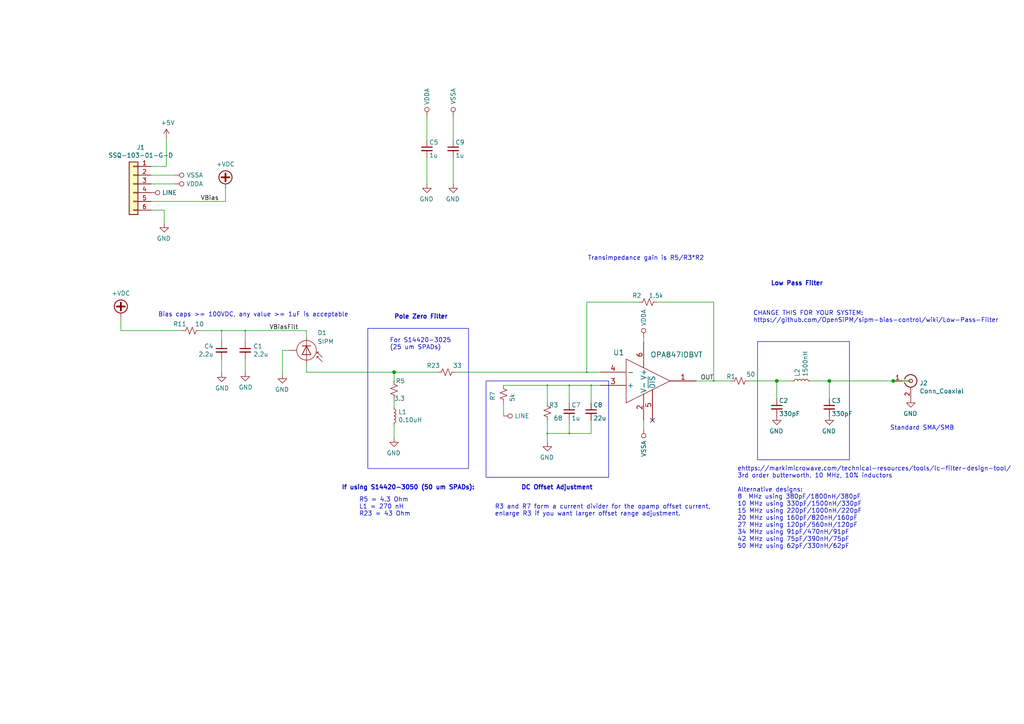
<source format=kicad_sch>
(kicad_sch (version 20250114) (generator "eeschema") (generator_version "9.0")
  (paper "A4")
  (lib_symbols
    (symbol "Connector:Conn_Coaxial" (pin_names (hide yes))
      (property "Reference" "J" (at 0.254 3.048 0))
      (property "Value" "Conn_Coaxial" (at 2.921 0 90))
      (symbol "Conn_Coaxial_0_1"
        (polyline (pts (xy -2.54 0) (xy -0.508 0)))
        (arc (start 1.778 0) (mid 0.222 -1.8079) (end -1.778 -0.508) (stroke (width 0.254)))
        (arc (start -1.778 0.508) (mid 0.2221 1.8084) (end 1.778 0) (stroke (width 0.254)))
        (circle (center 0 0) (radius 0.508) (stroke (width 0.2032)))
        (polyline (pts (xy 0 -2.54) (xy 0 -1.778)))
      )
      (symbol "Conn_Coaxial_1_1"
        (pin passive line (at -5.08 0 0) (length 2.54) (name "In") (number "1"))
        (pin passive line (at 0 -5.08 90) (length 2.54) (name "Ext") (number "2"))
      )
    )
    (symbol "Connector_Generic:Conn_01x06" (pin_names (hide yes))
      (property "Reference" "J" (at 0 7.62 0))
      (property "Value" "Conn_01x06" (at 0 -10.16 0))
      (symbol "Conn_01x06_1_1"
        (rectangle (start -1.27 6.35) (end 1.27 -8.89) (stroke (width 0.254)) (fill (type background)))
        (rectangle (start -1.27 5.207) (end 0 4.953) (stroke (width 0.1524)))
        (rectangle (start -1.27 2.667) (end 0 2.413) (stroke (width 0.1524)))
        (rectangle (start -1.27 0.127) (end 0 -0.127) (stroke (width 0.1524)))
        (rectangle (start -1.27 -2.413) (end 0 -2.667) (stroke (width 0.1524)))
        (rectangle (start -1.27 -4.953) (end 0 -5.207) (stroke (width 0.1524)))
        (rectangle (start -1.27 -7.493) (end 0 -7.747) (stroke (width 0.1524)))
        (pin passive line (at -5.08 5.08 0) (length 3.81) (name "Pin_1") (number "1"))
        (pin passive line (at -5.08 2.54 0) (length 3.81) (name "Pin_2") (number "2"))
        (pin passive line (at -5.08 0 0) (length 3.81) (name "Pin_3") (number "3"))
        (pin passive line (at -5.08 -2.54 0) (length 3.81) (name "Pin_4") (number "4"))
        (pin passive line (at -5.08 -5.08 0) (length 3.81) (name "Pin_5") (number "5"))
        (pin passive line (at -5.08 -7.62 0) (length 3.81) (name "Pin_6") (number "6"))
      )
    )
    (symbol "Device:C_Small" (pin_numbers (hide yes)) (pin_names (offset 0.254) (hide yes))
      (property "Reference" "C" (at 0.254 1.778 0))
      (property "Value" "C_Small" (at 0.254 -2.032 0))
      (symbol "C_Small_0_1"
        (polyline (pts (xy -1.524 0.508) (xy 1.524 0.508)) (stroke (width 0.3048)))
        (polyline (pts (xy -1.524 -0.508) (xy 1.524 -0.508)) (stroke (width 0.3302)))
      )
      (symbol "C_Small_1_1"
        (pin passive line (at 0 2.54 270) (length 2.032) (name "~") (number "1"))
        (pin passive line (at 0 -2.54 90) (length 2.032) (name "~") (number "2"))
      )
    )
    (symbol "Device:L_Small" (pin_numbers (hide yes)) (pin_names (offset 0.254) (hide yes))
      (property "Reference" "L" (at 0.762 1.016 0))
      (property "Value" "L_Small" (at 0.762 -1.016 0))
      (symbol "L_Small_0_1"
        (arc (start 0 2.032) (mid 0.5058 1.524) (end 0 1.016))
        (arc (start 0 1.016) (mid 0.5058 0.508) (end 0 0))
        (arc (start 0 0) (mid 0.5058 -0.508) (end 0 -1.016))
        (arc (start 0 -1.016) (mid 0.5058 -1.524) (end 0 -2.032))
      )
      (symbol "L_Small_1_1"
        (pin passive line (at 0 2.54 270) (length 0.508) (name "~") (number "1"))
        (pin passive line (at 0 -2.54 90) (length 0.508) (name "~") (number "2"))
      )
    )
    (symbol "Device:R_Small_US" (pin_numbers (hide yes)) (pin_names (offset 0.254) (hide yes))
      (property "Reference" "R" (at 0.762 0.508 0))
      (property "Value" "R_Small_US" (at 0.762 -1.016 0))
      (symbol "R_Small_US_1_1"
        (polyline (pts (xy 0 1.524) (xy 1.016 1.143) (xy 0 0.762) (xy -1.016 0.381) (xy 0 0)))
        (polyline (pts (xy 0 0) (xy 1.016 -0.381) (xy 0 -0.762) (xy -1.016 -1.143) (xy 0 -1.524)))
        (pin passive line (at 0 2.54 270) (length 1.016) (name "~") (number "1"))
        (pin passive line (at 0 -2.54 90) (length 1.016) (name "~") (number "2"))
      )
    )
    (symbol "Device:SIPM" (pin_numbers (hide yes)) (pin_names (hide yes))
      (property "Reference" "D" (at 1.778 3.048 0))
      (property "Value" "SIPM" (at 3.81 -2.54 0))
      (symbol "SIPM_0_1"
        (polyline (pts (xy -2.54 1.27) (xy -2.54 -1.27)) (stroke (width 0.2032)))
        (circle (center -1.27 0) (radius 2.8448))
        (polyline (pts (xy -0.762 3.048) (xy -0.254 3.048)))
        (polyline (pts (xy 0 0) (xy -2.54 0)))
        (polyline (pts (xy 0 -1.27) (xy 0 1.27) (xy -2.54 0) (xy 0 -1.27)) (stroke (width 0.2032)))
        (polyline (pts (xy 0.762 4.572) (xy -0.762 3.048) (xy -0.762 3.556)))
        (polyline (pts (xy 2.032 4.572) (xy 0.508 3.048) (xy 0.508 3.556) (xy 0.508 3.048) (xy 1.016 3.048)))
      )
      (symbol "SIPM_1_0"
        (pin passive line (at -1.27 -5.08 90) (length 2.1844) (name "CASE") (number "3"))
      )
      (symbol "SIPM_1_1"
        (pin passive line (at -5.08 0 0) (length 2.54) (name "K") (number "1"))
        (pin passive line (at 2.54 0 180) (length 2.54) (name "A") (number "2"))
      )
    )
    (symbol "OPA847:OPA847IDBVT" (pin_names (offset 0.254))
      (property "Reference" "U" (at 6.35 39.37 0))
      (property "Value" "OPA847IDBVT" (at 22.86 39.37 0))
      (symbol "OPA847IDBVT_1_0"
        (pin unspecified line (at 16.51 20.32 90) (length 8.89) (name "~{DIS}") (number "5"))
      )
      (symbol "OPA847IDBVT_1_1"
        (polyline (pts (xy 8.89 25.4) (xy 8.89 38.1) (xy 21.59 31.75) (xy 8.89 25.4)))
        (pin input line (at 1.27 34.29 0) (length 7.62) (name "-") (number "4"))
        (pin input line (at 1.27 30.48 0) (length 7.62) (name "+") (number "3"))
        (pin power_in line (at 13.97 43.18 270) (length 7.62) (name "V+") (number "6"))
        (pin power_in line (at 13.97 20.32 90) (length 7.62) (name "V-") (number "2"))
        (pin output line (at 29.21 31.75 180) (length 7.62) (name "~") (number "1"))
      )
    )
    (symbol "power:+5V" (power) (pin_names (offset 0))
      (property "Value" "+5V" (at 0 3.556 0))
      (symbol "+5V_0_1"
        (polyline (pts (xy -0.762 1.27) (xy 0 2.54)))
        (polyline (pts (xy 0 2.54) (xy 0.762 1.27)))
        (polyline (pts (xy 0 0) (xy 0 2.54)))
      )
      (symbol "+5V_1_1"
        (pin power_in line (at 0 0 90) (length 0) (hide yes) (name "+5V") (number "1"))
      )
    )
    (symbol "power:+VDC" (power) (pin_names (offset 0))
      (property "Value" "+VDC" (at 0 6.35 0))
      (symbol "+VDC_0_1"
        (polyline (pts (xy -1.143 3.175) (xy 1.143 3.175)) (stroke (width 0.508)))
        (circle (center 0 3.175) (radius 1.905) (stroke (width 0.254)))
        (polyline (pts (xy 0 2.032) (xy 0 4.318)) (stroke (width 0.508)))
        (polyline (pts (xy 0 0) (xy 0 1.27)))
      )
      (symbol "+VDC_1_1"
        (pin power_in line (at 0 0 90) (length 0) (hide yes) (name "+VDC") (number "1"))
      )
    )
    (symbol "power:GND" (power) (pin_names (offset 0))
      (property "Value" "GND" (at 0 -3.81 0))
      (symbol "GND_0_1"
        (polyline (pts (xy 0 0) (xy 0 -1.27) (xy 1.27 -1.27) (xy 0 -2.54) (xy -1.27 -1.27) (xy 0 -1.27)))
      )
      (symbol "GND_1_1"
        (pin power_in line (at 0 0 270) (length 0) (hide yes) (name "GND") (number "1"))
      )
    )
    (symbol "power:LINE" (power) (pin_names (offset 0))
      (property "Value" "LINE" (at 0 3.81 0))
      (symbol "LINE_0_1"
        (circle (center 0 1.905) (radius 0.635))
        (polyline (pts (xy 0 0) (xy 0 1.27)))
      )
      (symbol "LINE_1_1"
        (pin power_in line (at 0 0 90) (length 0) (hide yes) (name "LINE") (number "1"))
      )
    )
    (symbol "power:VDDA" (power) (pin_names (offset 0))
      (property "Value" "VDDA" (at 0 3.81 0))
      (symbol "VDDA_0_1"
        (circle (center 0 1.905) (radius 0.635))
        (polyline (pts (xy 0 0) (xy 0 1.27)))
      )
      (symbol "VDDA_1_1"
        (pin power_in line (at 0 0 90) (length 0) (hide yes) (name "VDDA") (number "1"))
      )
    )
    (symbol "power:VSSA" (power) (pin_names (offset 0))
      (property "Value" "VSSA" (at 0 3.81 0))
      (symbol "VSSA_0_1"
        (circle (center 0 1.905) (radius 0.635))
        (polyline (pts (xy 0 0) (xy 0 1.27)))
      )
      (symbol "VSSA_1_1"
        (pin power_in line (at 0 0 90) (length 0) (hide yes) (name "VSSA") (number "1"))
      )
    )
  )
  (rectangle (start 219.71 99.06) (end 246.38 133.35))
  (rectangle (start 140.97 110.49) (end 176.53 138.43))
  (rectangle (start 106.68 95.25) (end 135.89 135.89))
  (text "If using S14420-3050 (50 um SPADs):\n" (at 99.06 142.24 0) (effects (font (size 1.27 1.27) (thickness 0.254) (bold yes)) (justify left bottom)))
  (text "R5 = 4.3 Ohm\nL1 = 270 nH\nR23 = 43 Ohm" (at 104.14 149.86 0) (effects (font (size 1.27 1.27)) (justify left bottom)))
  (text "Bias caps >= 100VDC, any value >= 1uF is acceptable" (at 45.847 92.075 0) (effects (font (size 1.27 1.27)) (justify left bottom)))
  (text "R3 and R7 form a current divider for the opamp offset current, \nenlarge R3 if you want larger offset range adjustment." (at 143.51 149.86 0) (effects (font (size 1.27 1.27)) (justify left bottom)))
  (text "Pole Zero Filter" (at 114.3 92.71 0) (effects (font (size 1.27 1.27) (thickness 0.254) (bold yes)) (justify left bottom)))
  (text "For S14420-3025\n(25 um SPADs)" (at 113.03 101.6 0) (effects (font (size 1.27 1.27)) (justify left bottom)))
  (text "Standard SMA/SMB" (at 267.462 124.206 0) (effects (font (size 1.27 1.27))))
  (text "Low Pass Filter" (at 231.14 82.296 0) (effects (font (size 1.27 1.27) (thickness 0.254) (bold yes))))
  (text "CHANGE THIS FOR YOUR SYSTEM:\nhttps://github.com/OpenSiPM/sipm-bias-control/wiki/Low-Pass-Filter" (at 218.44 93.726 0) (effects (font (size 1.27 1.27)) (justify left bottom)))
  (text "Transimpedance gain is R5/R3*R2" (at 204.216 75.692 0) (effects (font (size 1.27 1.27)) (justify right bottom)))
  (text "DC Offset Adjustment" (at 151.13 142.24 0) (effects (font (size 1.27 1.27) (thickness 0.254) (bold yes)) (justify left bottom)))
  (text "ehttps://markimicrowave.com/technical-resources/tools/lc-filter-design-tool/\n3rd order butterworth, 10 MHz, 10% inductors\n\nAlternative designs:  \n8  MHz using 380pF/1800nH/380pF\n10 MHz using 330pF/1500nH/330pF\n15 MHz using 220pF/1000nH/220pF\n20 MHz using 160pF/820nH/160pF\n27 MHz using 120pF/560nH/120pF\n34 MHz using 91pF/470nH/91pF\n42 MHz using 75pF/390nH/75pF\n50 MHz using 62pF/330nH/62pF" (at 213.868 159.258 0) (effects (font (size 1.27 1.27)) (justify left bottom)))
  (junction (at 207.01 110.49) (diameter 0.3048))
  (junction (at 225.298 110.49))
  (junction (at 114.3 107.95))
  (junction (at 259.08 110.49))
  (junction (at 158.75 111.76) (diameter 0.3048))
  (junction (at 158.75 125.73) (diameter 0.3048))
  (junction (at 240.538 110.49))
  (junction (at 165.1 125.73) (diameter 0.3048))
  (junction (at 64.262 95.885) (diameter 0.3048))
  (junction (at 170.18 107.95) (diameter 0.3048))
  (junction (at 71.12 95.885) (diameter 0.3048))
  (junction (at 171.45 111.76) (diameter 0.3048))
  (junction (at 165.1 111.76) (diameter 0.3048))
  (no_connect (at 189.23 121.92))
  (wire (pts (xy 146.05 120.65) (xy 146.05 116.84)))
  (wire (pts (xy 158.75 125.73) (xy 165.1 125.73)))
  (wire (pts (xy 71.12 99.06) (xy 71.12 95.885)))
  (wire (pts (xy 88.9 107.95) (xy 114.3 107.95)))
  (wire (pts (xy 165.1 116.84) (xy 165.1 111.76)))
  (wire (pts (xy 43.815 48.26) (xy 48.26 48.26)))
  (wire (pts (xy 170.18 107.95) (xy 132.08 107.95)))
  (wire (pts (xy 158.75 121.92) (xy 158.75 125.73)))
  (wire (pts (xy 50.8 53.34) (xy 43.815 53.34)))
  (wire (pts (xy 48.26 48.26) (xy 48.26 40.005)))
  (wire (pts (xy 131.445 45.72) (xy 131.445 53.34)))
  (wire (pts (xy 81.915 101.6) (xy 81.915 108.585)))
  (wire (pts (xy 123.825 45.72) (xy 123.825 53.34)))
  (wire (pts (xy 170.18 107.95) (xy 173.99 107.95)))
  (wire (pts (xy 114.3 123.19) (xy 114.3 127)))
  (wire (pts (xy 225.298 110.49) (xy 225.298 115.57)))
  (wire (pts (xy 217.17 110.49) (xy 225.298 110.49)))
  (wire (pts (xy 35.052 95.885) (xy 52.832 95.885)))
  (wire (pts (xy 64.262 104.14) (xy 64.262 108.1786)))
  (wire (pts (xy 234.95 110.49) (xy 240.538 110.49)))
  (wire (pts (xy 190.5 87.63) (xy 207.01 87.63)))
  (wire (pts (xy 114.3 107.95) (xy 127 107.95)))
  (wire (pts (xy 64.262 95.885) (xy 71.12 95.885)))
  (wire (pts (xy 131.445 33.655) (xy 131.445 40.64)))
  (wire (pts (xy 207.01 87.63) (xy 207.01 110.49)))
  (wire (pts (xy 64.262 95.885) (xy 64.262 99.06)))
  (wire (pts (xy 64.262 108.1786) (xy 64.2874 108.1786)))
  (wire (pts (xy 158.75 111.76) (xy 165.1 111.76)))
  (wire (pts (xy 71.12 95.885) (xy 88.9 95.885)))
  (wire (pts (xy 264.16 110.49) (xy 259.08 110.49)))
  (wire (pts (xy 114.3 118.11) (xy 114.3 115.57)))
  (wire (pts (xy 158.75 116.84) (xy 158.75 111.76)))
  (wire (pts (xy 47.625 60.96) (xy 43.815 60.96)))
  (wire (pts (xy 50.8 50.8) (xy 43.815 50.8)))
  (wire (pts (xy 47.625 64.77) (xy 47.625 60.96)))
  (wire (pts (xy 170.18 87.63) (xy 185.42 87.63)))
  (wire (pts (xy 165.1 125.73) (xy 171.45 125.73)))
  (wire (pts (xy 83.82 101.6) (xy 81.915 101.6)))
  (wire (pts (xy 165.1 125.73) (xy 165.1 121.92)))
  (wire (pts (xy 171.45 111.76) (xy 173.99 111.76)))
  (wire (pts (xy 88.9 105.41) (xy 88.9 107.95)))
  (wire (pts (xy 240.538 110.49) (xy 259.08 110.49)))
  (wire (pts (xy 146.05 111.76) (xy 158.75 111.76)))
  (wire (pts (xy 170.18 87.63) (xy 170.18 107.95)))
  (wire (pts (xy 57.912 95.885) (xy 64.262 95.885)))
  (wire (pts (xy 158.75 125.73) (xy 158.75 128.27)))
  (wire (pts (xy 88.9 95.885) (xy 88.9 97.79)))
  (wire (pts (xy 186.69 99.06) (xy 186.69 97.79)))
  (wire (pts (xy 165.1 111.76) (xy 171.45 111.76)))
  (wire (pts (xy 171.45 125.73) (xy 171.45 121.92)))
  (wire (pts (xy 240.538 110.49) (xy 240.538 115.57)))
  (wire (pts (xy 186.69 124.46) (xy 186.69 121.92)))
  (wire (pts (xy 171.45 116.84) (xy 171.45 111.76)))
  (wire (pts (xy 225.298 110.49) (xy 229.87 110.49)))
  (wire (pts (xy 35.052 92.075) (xy 35.052 95.885)))
  (wire (pts (xy 123.825 33.655) (xy 123.825 40.64)))
  (wire (pts (xy 207.01 110.49) (xy 201.93 110.49)))
  (wire (pts (xy 114.3 110.49) (xy 114.3 107.95)))
  (wire (pts (xy 71.12 107.95) (xy 71.12 104.14)))
  (wire (pts (xy 65.405 54.61) (xy 65.405 58.42)))
  (wire (pts (xy 43.815 58.42) (xy 65.405 58.42)))
  (wire (pts (xy 207.01 110.49) (xy 212.09 110.49)))
  (label "VBias" (at 63.5 58.42 180))
  (label "OUT" (at 207.01 110.49 180))
  (label "VBiasFilt" (at 78.105 95.885 0))
  (symbol (lib_id "Connector_Generic:Conn_01x06") (at 38.735 53.34 0) (mirror y) (unit 1)
    (property "Reference" "J1" (at 40.8178 42.7482 0))
    (property "Value" "SSQ-103-01-G-D" (at 40.8178 45.0596 0))
    (property "Footprint" "footprints:PinHeader_2x03_P2.54mm_Vertical" (effects (hide yes)))
  )
  (symbol (lib_id "power:+5V") (at 48.26 40.005 0) (unit 1)
    (property "Reference" "#PWR0101" (effects (hide yes)))
    (property "Value" "+5V" (at 48.641 35.6108 0))
  )
  (symbol (lib_id "OPA847:OPA847IDBVT") (at 172.72 142.24 0) (unit 1)
    (property "Reference" "U1" (at 177.8 102.235 0) (effects (font (size 1.524 1.524)) (justify left)))
    (property "Value" "OPA847IDBVT" (at 188.595 102.87 0) (effects (font (size 1.524 1.524)) (justify left)))
    (property "Footprint" "footprints:OPA847IDBVT" (effects (hide yes)))
  )
  (symbol (lib_id "power:VDDA") (at 50.8 53.34 270) (mirror x) (unit 1)
    (property "Reference" "#PWR04" (effects (hide yes)))
    (property "Value" "VDDA" (at 53.975 53.34 90) (effects (justify left)))
  )
  (symbol (lib_id "power:VSSA") (at 50.8 50.8 270) (mirror x) (unit 1)
    (property "Reference" "#PWR03" (effects (hide yes)))
    (property "Value" "VSSA" (at 56.515 50.8 90))
  )
  (symbol (lib_id "power:GND") (at 47.625 64.77 0) (mirror y) (unit 1)
    (property "Reference" "#PWR01" (effects (hide yes)))
    (property "Value" "GND" (at 47.498 69.1642 0))
  )
  (symbol (lib_id "power:+VDC") (at 65.405 54.61 0) (mirror y) (unit 1)
    (property "Reference" "#PWR05" (effects (hide yes)))
    (property "Value" "+VDC" (at 65.405 47.625 0))
  )
  (symbol (lib_id "Device:SIPM") (at 88.9 102.87 270) (unit 1)
    (property "Reference" "D1" (at 92.075 96.52 90) (effects (justify left)))
    (property "Value" "SIPM" (at 92.075 99.06 90) (effects (justify left)))
    (property "Footprint" "footprints:S14420" (effects (hide yes)))
  )
  (symbol (lib_id "power:+VDC") (at 35.052 92.075 0) (unit 1)
    (property "Reference" "#PWR02" (effects (hide yes)))
    (property "Value" "+VDC" (at 35.052 85.09 0))
  )
  (symbol (lib_id "Device:R_Small_US") (at 55.372 95.885 90) (unit 1)
    (property "Reference" "R11" (at 54.102 93.98 90) (effects (justify left)))
    (property "Value" "10" (at 59.182 93.98 90) (effects (justify left)))
    (property "Footprint" "Resistor_SMD:R_0402_1005Metric_Pad0.72x0.64mm_HandSolder" (effects (hide yes)))
  )
  (symbol (lib_id "Device:C_Small") (at 71.12 101.6 0) (unit 1)
    (property "Reference" "C1" (at 73.4568 100.4316 0) (effects (justify left)))
    (property "Value" "2.2u" (at 73.457 102.743 0) (effects (justify left)))
    (property "Footprint" "Capacitor_SMD:C_1206_3216Metric_Pad1.33x1.80mm_HandSolder" (effects (hide yes)))
    (property "Voltage" "100V" (effects (hide yes)))
  )
  (symbol (lib_id "power:GND") (at 71.12 107.95 0) (unit 1)
    (property "Reference" "#PWR07" (effects (hide yes)))
    (property "Value" "GND" (at 71.247 112.3442 0))
  )
  (symbol (lib_id "power:GND") (at 81.915 108.585 0) (mirror y) (unit 1)
    (property "Reference" "#PWR012" (effects (hide yes)))
    (property "Value" "GND" (at 81.788 112.9792 0))
  )
  (symbol (lib_id "Device:R_Small_US") (at 187.96 87.63 90) (unit 1)
    (property "Reference" "R2" (at 186.055 85.725 90) (effects (justify left)))
    (property "Value" "1.5k" (at 192.405 85.725 90) (effects (justify left)))
    (property "Footprint" "Resistor_SMD:R_0402_1005Metric_Pad0.72x0.64mm_HandSolder" (effects (hide yes)))
  )
  (symbol (lib_id "power:VDDA") (at 186.69 97.79 0) (mirror y) (unit 1)
    (property "Reference" "#PWR016" (effects (hide yes)))
    (property "Value" "VDDA" (at 186.69 94.615 90) (effects (justify left)))
  )
  (symbol (lib_id "power:VSSA") (at 186.69 124.46 0) (mirror x) (unit 1)
    (property "Reference" "#PWR017" (effects (hide yes)))
    (property "Value" "VSSA" (at 186.69 130.175 90))
  )
  (symbol (lib_id "Device:C_Small") (at 131.445 43.18 0) (unit 1)
    (property "Reference" "C9" (at 132.08 41.275 0) (effects (justify left)))
    (property "Value" "1u" (at 132.08 45.085 0) (effects (justify left)))
    (property "Footprint" "Capacitor_SMD:C_0402_1005Metric" (effects (hide yes)))
    (property "Voltage" "10V" (effects (hide yes)))
  )
  (symbol (lib_id "power:VDDA") (at 123.825 33.655 0) (mirror y) (unit 1)
    (property "Reference" "#PWR014" (effects (hide yes)))
    (property "Value" "VDDA" (at 123.825 30.48 90) (effects (justify left)))
  )
  (symbol (lib_id "power:GND") (at 131.445 53.34 0) (mirror y) (unit 1)
    (property "Reference" "#PWR019" (effects (hide yes)))
    (property "Value" "GND" (at 131.318 57.7342 0))
  )
  (symbol (lib_id "Device:C_Small") (at 123.825 43.18 0) (unit 1)
    (property "Reference" "C5" (at 124.46 41.275 0) (effects (justify left)))
    (property "Value" "1u" (at 124.46 45.085 0) (effects (justify left)))
    (property "Footprint" "Capacitor_SMD:C_0402_1005Metric" (effects (hide yes)))
    (property "Voltage" "10V" (effects (hide yes)))
  )
  (symbol (lib_id "power:GND") (at 123.825 53.34 0) (mirror y) (unit 1)
    (property "Reference" "#PWR015" (effects (hide yes)))
    (property "Value" "GND" (at 123.698 57.7342 0))
  )
  (symbol (lib_id "Device:C_Small") (at 165.1 119.38 0) (unit 1)
    (property "Reference" "C7" (at 165.735 117.475 0) (effects (justify left)))
    (property "Value" "1u" (at 165.735 121.285 0) (effects (justify left)))
    (property "Footprint" "Capacitor_SMD:C_0402_1005Metric" (effects (hide yes)))
  )
  (symbol (lib_id "Device:C_Small") (at 171.45 119.38 0) (unit 1)
    (property "Reference" "C8" (at 172.085 117.475 0) (effects (justify left)))
    (property "Value" "22u" (at 172.085 121.285 0) (effects (justify left)))
    (property "Footprint" "Capacitor_SMD:C_0603_1608Metric" (effects (hide yes)))
  )
  (symbol (lib_id "Device:R_Small_US") (at 158.75 119.38 180) (unit 1)
    (property "Reference" "R3" (at 161.925 117.475 0) (effects (justify left)))
    (property "Value" "68" (at 163.195 121.285 0) (effects (justify left)))
    (property "Footprint" "Resistor_SMD:R_0402_1005Metric_Pad0.72x0.64mm_HandSolder" (effects (hide yes)))
  )
  (symbol (lib_id "power:GND") (at 158.75 128.27 0) (mirror y) (unit 1)
    (property "Reference" "#PWR013" (effects (hide yes)))
    (property "Value" "GND" (at 158.623 132.6642 0))
  )
  (symbol (lib_id "Device:L_Small") (at 114.3 120.65 0) (unit 1)
    (property "Reference" "L1" (at 115.5192 119.4816 0) (effects (justify left)))
    (property "Value" "0.10uH" (at 115.519 121.793 0) (effects (justify left)))
    (property "Footprint" "Inductor_SMD:L_0603_1608Metric_Pad1.05x0.95mm_HandSolder" (effects (hide yes)))
  )
  (symbol (lib_id "Device:R_Small_US") (at 129.54 107.95 90) (unit 1)
    (property "Reference" "R23" (at 127.635 106.045 90) (effects (justify left)))
    (property "Value" "33" (at 133.985 106.045 90) (effects (justify left)))
    (property "Footprint" "Resistor_SMD:R_0402_1005Metric_Pad0.72x0.64mm_HandSolder" (effects (hide yes)))
  )
  (symbol (lib_id "Device:R_Small_US") (at 114.3 113.03 180) (unit 1)
    (property "Reference" "R5" (at 117.475 110.49 0) (effects (justify left)))
    (property "Value" "3.3" (at 117.475 115.57 0) (effects (justify left)))
    (property "Footprint" "Resistor_SMD:R_0402_1005Metric_Pad0.72x0.64mm_HandSolder" (effects (hide yes)))
  )
  (symbol (lib_id "power:GND") (at 114.3 127 0) (mirror y) (unit 1)
    (property "Reference" "#PWR020" (effects (hide yes)))
    (property "Value" "GND" (at 114.173 131.3942 0))
  )
  (symbol (lib_id "power:VSSA") (at 131.445 33.655 0) (mirror y) (unit 1)
    (property "Reference" "#PWR018" (effects (hide yes)))
    (property "Value" "VSSA" (at 131.445 27.94 90))
  )
  (symbol (lib_id "power:GND") (at 264.16 115.57 0) (mirror y) (unit 1)
    (property "Reference" "#PWR028" (effects (hide yes)))
    (property "Value" "GND" (at 264.033 119.9642 0))
  )
  (symbol (lib_id "Device:R_Small_US") (at 214.63 110.49 90) (unit 1)
    (property "Reference" "R1" (at 213.36 109.22 90) (effects (justify left)))
    (property "Value" "50" (at 219.075 108.585 90) (effects (justify left)))
    (property "Footprint" "Resistor_SMD:R_0402_1005Metric_Pad0.72x0.64mm_HandSolder" (effects (hide yes)))
  )
  (symbol (lib_id "Device:R_Small_US") (at 146.05 114.3 0) (unit 1)
    (property "Reference" "R7" (at 142.875 116.205 90) (effects (justify left)))
    (property "Value" "5k" (at 148.59 116.586 90) (effects (justify left)))
    (property "Footprint" "Resistor_SMD:R_0402_1005Metric_Pad0.72x0.64mm_HandSolder" (effects (hide yes)))
  )
  (symbol (lib_id "Connector:Conn_Coaxial") (at 264.16 110.49 0) (unit 1)
    (property "Reference" "J2" (at 266.7 111.125 0) (effects (justify left)))
    (property "Value" "Conn_Coaxial" (at 266.7 113.4364 0) (effects (justify left)))
    (property "Footprint" "Connector_Coaxial:SMB_Jack_Vertical" (effects (hide yes)))
    (property "Digikey" "WM5528-ND" (effects (hide yes)))
  )
  (symbol (lib_id "power:LINE") (at 43.815 55.88 270) (mirror x) (unit 1)
    (property "Reference" "#PWR0103" (effects (hide yes)))
    (property "Value" "LINE" (at 46.99 55.88 90) (effects (justify left)))
  )
  (symbol (lib_id "power:LINE") (at 146.05 120.65 270) (mirror x) (unit 1)
    (property "Reference" "#PWR0104" (effects (hide yes)))
    (property "Value" "LINE" (at 149.225 120.65 90) (effects (justify left)))
  )
  (symbol (lib_id "Device:L_Small") (at 232.41 110.49 90) (unit 1)
    (property "Reference" "L2" (at 231.2416 109.2708 0) (effects (justify left)))
    (property "Value" "1500nH" (at 233.553 109.271 0) (effects (justify left)))
    (property "Footprint" "Inductor_SMD:L_0603_1608Metric" (effects (hide yes)))
    (property "part" "MLF1005GR56JTD25" (effects (hide yes)))
  )
  (symbol (lib_id "Device:C_Small") (at 225.298 118.11 0) (unit 1)
    (property "Reference" "C2" (at 225.933 116.205 0) (effects (justify left)))
    (property "Value" "330pF" (at 225.933 120.015 0) (effects (justify left)))
    (property "Footprint" "Capacitor_SMD:C_0402_1005Metric_Pad0.74x0.62mm_HandSolder" (effects (hide yes)))
  )
  (symbol (lib_id "power:GND") (at 225.298 120.65 0) (mirror y) (unit 1)
    (property "Reference" "#PWR0106" (effects (hide yes)))
    (property "Value" "GND" (at 225.171 125.0442 0))
  )
  (symbol (lib_id "Device:C_Small") (at 64.262 101.6 0) (mirror y) (unit 1)
    (property "Reference" "C4" (at 61.9252 100.4316 0) (effects (justify left)))
    (property "Value" "2.2u" (at 61.925 102.743 0) (effects (justify left)))
    (property "Footprint" "Capacitor_SMD:C_1206_3216Metric_Pad1.33x1.80mm_HandSolder" (effects (hide yes)))
    (property "Voltage" "100V" (effects (hide yes)))
  )
  (symbol (lib_id "power:GND") (at 240.538 120.65 0) (mirror y) (unit 1)
    (property "Reference" "#PWR0105" (effects (hide yes)))
    (property "Value" "GND" (at 240.411 125.0442 0))
  )
  (symbol (lib_id "power:GND") (at 64.2874 108.1786 0) (unit 1)
    (property "Reference" "#PWR0102" (effects (hide yes)))
    (property "Value" "GND" (at 64.4144 112.5728 0))
  )
  (symbol (lib_id "Device:C_Small") (at 240.538 118.11 0) (unit 1)
    (property "Reference" "C3" (at 241.173 116.205 0) (effects (justify left)))
    (property "Value" "330pF" (at 241.173 120.015 0) (effects (justify left)))
    (property "Footprint" "Capacitor_SMD:C_0402_1005Metric_Pad0.74x0.62mm_HandSolder" (effects (hide yes)))
  )
)
</source>
